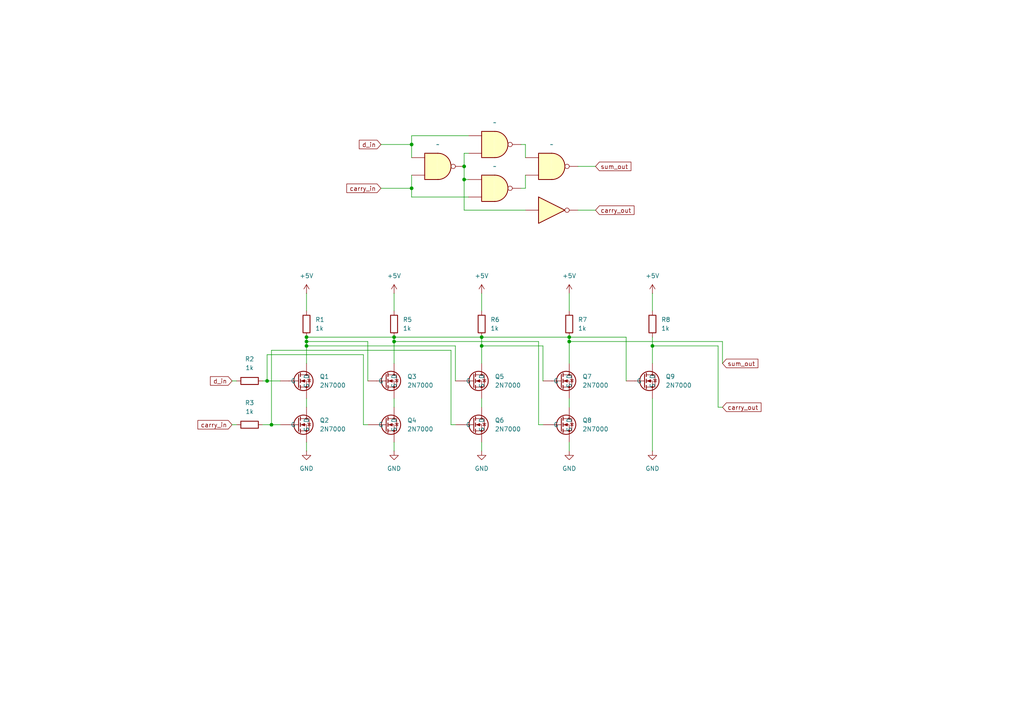
<source format=kicad_sch>
(kicad_sch (version 20250114) (generator "eeschema") (generator_version "9.0")
  (paper "A4")
  (lib_symbols
    (symbol "74HC00_1" (pin_numbers (hide yes)) (pin_names (offset 1.016) (hide yes))
      (property "Reference" "U" (at 0 1.27 0))
      (property "Value" "74HC00" (at 0 -1.27 0))
      (symbol "74HC00_1_1_1"
        (arc (start 0 3.81) (mid 3.7934 0) (end 0 -3.81) (stroke (width 0.254)) (fill (type background)))
        (polyline (pts (xy 0 3.81) (xy -3.81 3.81) (xy -3.81 -3.81) (xy 0 -3.81)) (stroke (width 0.254)) (fill (type background)))
        (pin input line (at -7.62 2.54 0) (length 3.81) (name "~") (number "1"))
        (pin input line (at -7.62 -2.54 0) (length 3.81) (name "~") (number "2"))
        (pin output inverted (at 7.62 0 180) (length 3.81) (name "~") (number "3"))
      )
      (symbol "74HC00_1_1_2"
        (arc (start -3.81 3.81) (mid -2.589 0) (end -3.81 -3.81) (stroke (width 0.254)))
        (polyline (pts (xy -3.81 3.81) (xy -0.635 3.81)) (stroke (width 0.254)) (fill (type background)))
        (polyline (pts (xy -3.81 -3.81) (xy -0.635 -3.81)) (stroke (width 0.254)) (fill (type background)))
        (arc (start 3.81 0) (mid 2.1855 -2.584) (end -0.6096 -3.81) (stroke (width 0.254)) (fill (type background)))
        (arc (start -0.6096 3.81) (mid 2.1928 2.5924) (end 3.81 0) (stroke (width 0.254)) (fill (type background)))
        (polyline (pts (xy -0.635 3.81) (xy -3.81 3.81) (xy -3.81 3.81) (xy -3.556 3.4036) (xy -3.0226 2.2606) (xy -2.6924 1.0414) (xy -2.6162 -0.254) (xy -2.7686 -1.4986) (xy -3.175 -2.7178) (xy -3.81 -3.81) (xy -3.81 -3.81) (xy -0.635 -3.81)) (stroke (width -25.4)) (fill (type background)))
        (pin input inverted (at -7.62 2.54 0) (length 4.318) (name "~") (number "1"))
        (pin input inverted (at -7.62 -2.54 0) (length 4.318) (name "~") (number "2"))
        (pin output line (at 7.62 0 180) (length 3.81) (name "~") (number "3"))
      )
      (symbol "74HC00_1_2_1"
        (arc (start 0 3.81) (mid 3.7934 0) (end 0 -3.81) (stroke (width 0.254)) (fill (type background)))
        (polyline (pts (xy 0 3.81) (xy -3.81 3.81) (xy -3.81 -3.81) (xy 0 -3.81)) (stroke (width 0.254)) (fill (type background)))
        (pin input line (at -7.62 2.54 0) (length 3.81) (name "~") (number "4"))
        (pin input line (at -7.62 -2.54 0) (length 3.81) (name "~") (number "5"))
        (pin output inverted (at 7.62 0 180) (length 3.81) (name "~") (number "6"))
      )
      (symbol "74HC00_1_2_2"
        (arc (start -3.81 3.81) (mid -2.589 0) (end -3.81 -3.81) (stroke (width 0.254)))
        (polyline (pts (xy -3.81 3.81) (xy -0.635 3.81)) (stroke (width 0.254)) (fill (type background)))
        (polyline (pts (xy -3.81 -3.81) (xy -0.635 -3.81)) (stroke (width 0.254)) (fill (type background)))
        (arc (start 3.81 0) (mid 2.1855 -2.584) (end -0.6096 -3.81) (stroke (width 0.254)) (fill (type background)))
        (arc (start -0.6096 3.81) (mid 2.1928 2.5924) (end 3.81 0) (stroke (width 0.254)) (fill (type background)))
        (polyline (pts (xy -0.635 3.81) (xy -3.81 3.81) (xy -3.81 3.81) (xy -3.556 3.4036) (xy -3.0226 2.2606) (xy -2.6924 1.0414) (xy -2.6162 -0.254) (xy -2.7686 -1.4986) (xy -3.175 -2.7178) (xy -3.81 -3.81) (xy -3.81 -3.81) (xy -0.635 -3.81)) (stroke (width -25.4)) (fill (type background)))
        (pin input inverted (at -7.62 2.54 0) (length 4.318) (name "~") (number "4"))
        (pin input inverted (at -7.62 -2.54 0) (length 4.318) (name "~") (number "5"))
        (pin output line (at 7.62 0 180) (length 3.81) (name "~") (number "6"))
      )
      (symbol "74HC00_1_3_1"
        (arc (start 0 3.81) (mid 3.7934 0) (end 0 -3.81) (stroke (width 0.254)) (fill (type background)))
        (polyline (pts (xy 0 3.81) (xy -3.81 3.81) (xy -3.81 -3.81) (xy 0 -3.81)) (stroke (width 0.254)) (fill (type background)))
        (pin input line (at -7.62 2.54 0) (length 3.81) (name "~") (number "9"))
        (pin input line (at -7.62 -2.54 0) (length 3.81) (name "~") (number "10"))
        (pin output inverted (at 7.62 0 180) (length 3.81) (name "~") (number "8"))
      )
      (symbol "74HC00_1_3_2"
        (arc (start -3.81 3.81) (mid -2.589 0) (end -3.81 -3.81) (stroke (width 0.254)))
        (polyline (pts (xy -3.81 3.81) (xy -0.635 3.81)) (stroke (width 0.254)) (fill (type background)))
        (polyline (pts (xy -3.81 -3.81) (xy -0.635 -3.81)) (stroke (width 0.254)) (fill (type background)))
        (arc (start 3.81 0) (mid 2.1855 -2.584) (end -0.6096 -3.81) (stroke (width 0.254)) (fill (type background)))
        (arc (start -0.6096 3.81) (mid 2.1928 2.5924) (end 3.81 0) (stroke (width 0.254)) (fill (type background)))
        (polyline (pts (xy -0.635 3.81) (xy -3.81 3.81) (xy -3.81 3.81) (xy -3.556 3.4036) (xy -3.0226 2.2606) (xy -2.6924 1.0414) (xy -2.6162 -0.254) (xy -2.7686 -1.4986) (xy -3.175 -2.7178) (xy -3.81 -3.81) (xy -3.81 -3.81) (xy -0.635 -3.81)) (stroke (width -25.4)) (fill (type background)))
        (pin input inverted (at -7.62 2.54 0) (length 4.318) (name "~") (number "9"))
        (pin input inverted (at -7.62 -2.54 0) (length 4.318) (name "~") (number "10"))
        (pin output line (at 7.62 0 180) (length 3.81) (name "~") (number "8"))
      )
      (symbol "74HC00_1_4_1"
        (arc (start 0 3.81) (mid 3.7934 0) (end 0 -3.81) (stroke (width 0.254)) (fill (type background)))
        (polyline (pts (xy 0 3.81) (xy -3.81 3.81) (xy -3.81 -3.81) (xy 0 -3.81)) (stroke (width 0.254)) (fill (type background)))
        (pin input line (at -7.62 2.54 0) (length 3.81) (name "~") (number "12"))
        (pin input line (at -7.62 -2.54 0) (length 3.81) (name "~") (number "13"))
        (pin output inverted (at 7.62 0 180) (length 3.81) (name "~") (number "11"))
      )
      (symbol "74HC00_1_4_2"
        (arc (start -3.81 3.81) (mid -2.589 0) (end -3.81 -3.81) (stroke (width 0.254)))
        (polyline (pts (xy -3.81 3.81) (xy -0.635 3.81)) (stroke (width 0.254)) (fill (type background)))
        (polyline (pts (xy -3.81 -3.81) (xy -0.635 -3.81)) (stroke (width 0.254)) (fill (type background)))
        (arc (start 3.81 0) (mid 2.1855 -2.584) (end -0.6096 -3.81) (stroke (width 0.254)) (fill (type background)))
        (arc (start -0.6096 3.81) (mid 2.1928 2.5924) (end 3.81 0) (stroke (width 0.254)) (fill (type background)))
        (polyline (pts (xy -0.635 3.81) (xy -3.81 3.81) (xy -3.81 3.81) (xy -3.556 3.4036) (xy -3.0226 2.2606) (xy -2.6924 1.0414) (xy -2.6162 -0.254) (xy -2.7686 -1.4986) (xy -3.175 -2.7178) (xy -3.81 -3.81) (xy -3.81 -3.81) (xy -0.635 -3.81)) (stroke (width -25.4)) (fill (type background)))
        (pin input inverted (at -7.62 2.54 0) (length 4.318) (name "~") (number "12"))
        (pin input inverted (at -7.62 -2.54 0) (length 4.318) (name "~") (number "13"))
        (pin output line (at 7.62 0 180) (length 3.81) (name "~") (number "11"))
      )
      (symbol "74HC00_1_5_0"
        (pin power_in line (at 0 12.7 270) (length 5.08) (name "VCC") (number "14"))
        (pin power_in line (at 0 -12.7 90) (length 5.08) (name "GND") (number "7"))
      )
      (symbol "74HC00_1_5_1"
        (rectangle (start -5.08 7.62) (end 5.08 -7.62) (stroke (width 0.254)) (fill (type background)))
      )
    )
    (symbol "74xx:74AHC04" (pin_numbers (hide yes)) (pin_names (hide yes))
      (property "Reference" "U" (at 0 1.27 0))
      (property "Value" "74AHC04" (at 0 -1.27 0))
      (symbol "74AHC04_1_0"
        (polyline (pts (xy -3.81 3.81) (xy -3.81 -3.81) (xy 3.81 0) (xy -3.81 3.81)) (stroke (width 0.254)) (fill (type background)))
        (pin input line (at -7.62 0 0) (length 3.81) (name "~") (number "1"))
        (pin output inverted (at 7.62 0 180) (length 3.81) (name "~") (number "2"))
      )
      (symbol "74AHC04_2_0"
        (polyline (pts (xy -3.81 3.81) (xy -3.81 -3.81) (xy 3.81 0) (xy -3.81 3.81)) (stroke (width 0.254)) (fill (type background)))
        (pin input line (at -7.62 0 0) (length 3.81) (name "~") (number "3"))
        (pin output inverted (at 7.62 0 180) (length 3.81) (name "~") (number "4"))
      )
      (symbol "74AHC04_3_0"
        (polyline (pts (xy -3.81 3.81) (xy -3.81 -3.81) (xy 3.81 0) (xy -3.81 3.81)) (stroke (width 0.254)) (fill (type background)))
        (pin input line (at -7.62 0 0) (length 3.81) (name "~") (number "5"))
        (pin output inverted (at 7.62 0 180) (length 3.81) (name "~") (number "6"))
      )
      (symbol "74AHC04_4_0"
        (polyline (pts (xy -3.81 3.81) (xy -3.81 -3.81) (xy 3.81 0) (xy -3.81 3.81)) (stroke (width 0.254)) (fill (type background)))
        (pin input line (at -7.62 0 0) (length 3.81) (name "~") (number "9"))
        (pin output inverted (at 7.62 0 180) (length 3.81) (name "~") (number "8"))
      )
      (symbol "74AHC04_5_0"
        (polyline (pts (xy -3.81 3.81) (xy -3.81 -3.81) (xy 3.81 0) (xy -3.81 3.81)) (stroke (width 0.254)) (fill (type background)))
        (pin input line (at -7.62 0 0) (length 3.81) (name "~") (number "11"))
        (pin output inverted (at 7.62 0 180) (length 3.81) (name "~") (number "10"))
      )
      (symbol "74AHC04_6_0"
        (polyline (pts (xy -3.81 3.81) (xy -3.81 -3.81) (xy 3.81 0) (xy -3.81 3.81)) (stroke (width 0.254)) (fill (type background)))
        (pin input line (at -7.62 0 0) (length 3.81) (name "~") (number "13"))
        (pin output inverted (at 7.62 0 180) (length 3.81) (name "~") (number "12"))
      )
      (symbol "74AHC04_7_0"
        (pin power_in line (at 0 12.7 270) (length 5.08) (name "VCC") (number "14"))
        (pin power_in line (at 0 -12.7 90) (length 5.08) (name "GND") (number "7"))
      )
      (symbol "74AHC04_7_1"
        (rectangle (start -5.08 7.62) (end 5.08 -7.62) (stroke (width 0.254)) (fill (type background)))
      )
    )
    (symbol "74xx:74HC00" (pin_numbers (hide yes)) (pin_names (offset 1.016) (hide yes))
      (property "Reference" "U" (at 0 1.27 0))
      (property "Value" "74HC00" (at 0 -1.27 0))
      (symbol "74HC00_1_1"
        (arc (start 0 3.81) (mid 3.7934 0) (end 0 -3.81) (stroke (width 0.254)) (fill (type background)))
        (polyline (pts (xy 0 3.81) (xy -3.81 3.81) (xy -3.81 -3.81) (xy 0 -3.81)) (stroke (width 0.254)) (fill (type background)))
        (pin input line (at -7.62 2.54 0) (length 3.81) (name "~") (number "1"))
        (pin input line (at -7.62 -2.54 0) (length 3.81) (name "~") (number "2"))
        (pin output inverted (at 7.62 0 180) (length 3.81) (name "~") (number "3"))
      )
      (symbol "74HC00_1_2"
        (arc (start -3.81 3.81) (mid -2.589 0) (end -3.81 -3.81) (stroke (width 0.254)))
        (polyline (pts (xy -3.81 3.81) (xy -0.635 3.81)) (stroke (width 0.254)) (fill (type background)))
        (polyline (pts (xy -3.81 -3.81) (xy -0.635 -3.81)) (stroke (width 0.254)) (fill (type background)))
        (arc (start 3.81 0) (mid 2.1855 -2.584) (end -0.6096 -3.81) (stroke (width 0.254)) (fill (type background)))
        (arc (start -0.6096 3.81) (mid 2.1928 2.5924) (end 3.81 0) (stroke (width 0.254)) (fill (type background)))
        (polyline (pts (xy -0.635 3.81) (xy -3.81 3.81) (xy -3.81 3.81) (xy -3.556 3.4036) (xy -3.0226 2.2606) (xy -2.6924 1.0414) (xy -2.6162 -0.254) (xy -2.7686 -1.4986) (xy -3.175 -2.7178) (xy -3.81 -3.81) (xy -3.81 -3.81) (xy -0.635 -3.81)) (stroke (width -25.4)) (fill (type background)))
        (pin input inverted (at -7.62 2.54 0) (length 4.318) (name "~") (number "1"))
        (pin input inverted (at -7.62 -2.54 0) (length 4.318) (name "~") (number "2"))
        (pin output line (at 7.62 0 180) (length 3.81) (name "~") (number "3"))
      )
      (symbol "74HC00_2_1"
        (arc (start 0 3.81) (mid 3.7934 0) (end 0 -3.81) (stroke (width 0.254)) (fill (type background)))
        (polyline (pts (xy 0 3.81) (xy -3.81 3.81) (xy -3.81 -3.81) (xy 0 -3.81)) (stroke (width 0.254)) (fill (type background)))
        (pin input line (at -7.62 2.54 0) (length 3.81) (name "~") (number "4"))
        (pin input line (at -7.62 -2.54 0) (length 3.81) (name "~") (number "5"))
        (pin output inverted (at 7.62 0 180) (length 3.81) (name "~") (number "6"))
      )
      (symbol "74HC00_2_2"
        (arc (start -3.81 3.81) (mid -2.589 0) (end -3.81 -3.81) (stroke (width 0.254)))
        (polyline (pts (xy -3.81 3.81) (xy -0.635 3.81)) (stroke (width 0.254)) (fill (type background)))
        (polyline (pts (xy -3.81 -3.81) (xy -0.635 -3.81)) (stroke (width 0.254)) (fill (type background)))
        (arc (start 3.81 0) (mid 2.1855 -2.584) (end -0.6096 -3.81) (stroke (width 0.254)) (fill (type background)))
        (arc (start -0.6096 3.81) (mid 2.1928 2.5924) (end 3.81 0) (stroke (width 0.254)) (fill (type background)))
        (polyline (pts (xy -0.635 3.81) (xy -3.81 3.81) (xy -3.81 3.81) (xy -3.556 3.4036) (xy -3.0226 2.2606) (xy -2.6924 1.0414) (xy -2.6162 -0.254) (xy -2.7686 -1.4986) (xy -3.175 -2.7178) (xy -3.81 -3.81) (xy -3.81 -3.81) (xy -0.635 -3.81)) (stroke (width -25.4)) (fill (type background)))
        (pin input inverted (at -7.62 2.54 0) (length 4.318) (name "~") (number "4"))
        (pin input inverted (at -7.62 -2.54 0) (length 4.318) (name "~") (number "5"))
        (pin output line (at 7.62 0 180) (length 3.81) (name "~") (number "6"))
      )
      (symbol "74HC00_3_1"
        (arc (start 0 3.81) (mid 3.7934 0) (end 0 -3.81) (stroke (width 0.254)) (fill (type background)))
        (polyline (pts (xy 0 3.81) (xy -3.81 3.81) (xy -3.81 -3.81) (xy 0 -3.81)) (stroke (width 0.254)) (fill (type background)))
        (pin input line (at -7.62 2.54 0) (length 3.81) (name "~") (number "9"))
        (pin input line (at -7.62 -2.54 0) (length 3.81) (name "~") (number "10"))
        (pin output inverted (at 7.62 0 180) (length 3.81) (name "~") (number "8"))
      )
      (symbol "74HC00_3_2"
        (arc (start -3.81 3.81) (mid -2.589 0) (end -3.81 -3.81) (stroke (width 0.254)))
        (polyline (pts (xy -3.81 3.81) (xy -0.635 3.81)) (stroke (width 0.254)) (fill (type background)))
        (polyline (pts (xy -3.81 -3.81) (xy -0.635 -3.81)) (stroke (width 0.254)) (fill (type background)))
        (arc (start 3.81 0) (mid 2.1855 -2.584) (end -0.6096 -3.81) (stroke (width 0.254)) (fill (type background)))
        (arc (start -0.6096 3.81) (mid 2.1928 2.5924) (end 3.81 0) (stroke (width 0.254)) (fill (type background)))
        (polyline (pts (xy -0.635 3.81) (xy -3.81 3.81) (xy -3.81 3.81) (xy -3.556 3.4036) (xy -3.0226 2.2606) (xy -2.6924 1.0414) (xy -2.6162 -0.254) (xy -2.7686 -1.4986) (xy -3.175 -2.7178) (xy -3.81 -3.81) (xy -3.81 -3.81) (xy -0.635 -3.81)) (stroke (width -25.4)) (fill (type background)))
        (pin input inverted (at -7.62 2.54 0) (length 4.318) (name "~") (number "9"))
        (pin input inverted (at -7.62 -2.54 0) (length 4.318) (name "~") (number "10"))
        (pin output line (at 7.62 0 180) (length 3.81) (name "~") (number "8"))
      )
      (symbol "74HC00_4_1"
        (arc (start 0 3.81) (mid 3.7934 0) (end 0 -3.81) (stroke (width 0.254)) (fill (type background)))
        (polyline (pts (xy 0 3.81) (xy -3.81 3.81) (xy -3.81 -3.81) (xy 0 -3.81)) (stroke (width 0.254)) (fill (type background)))
        (pin input line (at -7.62 2.54 0) (length 3.81) (name "~") (number "12"))
        (pin input line (at -7.62 -2.54 0) (length 3.81) (name "~") (number "13"))
        (pin output inverted (at 7.62 0 180) (length 3.81) (name "~") (number "11"))
      )
      (symbol "74HC00_4_2"
        (arc (start -3.81 3.81) (mid -2.589 0) (end -3.81 -3.81) (stroke (width 0.254)))
        (polyline (pts (xy -3.81 3.81) (xy -0.635 3.81)) (stroke (width 0.254)) (fill (type background)))
        (polyline (pts (xy -3.81 -3.81) (xy -0.635 -3.81)) (stroke (width 0.254)) (fill (type background)))
        (arc (start 3.81 0) (mid 2.1855 -2.584) (end -0.6096 -3.81) (stroke (width 0.254)) (fill (type background)))
        (arc (start -0.6096 3.81) (mid 2.1928 2.5924) (end 3.81 0) (stroke (width 0.254)) (fill (type background)))
        (polyline (pts (xy -0.635 3.81) (xy -3.81 3.81) (xy -3.81 3.81) (xy -3.556 3.4036) (xy -3.0226 2.2606) (xy -2.6924 1.0414) (xy -2.6162 -0.254) (xy -2.7686 -1.4986) (xy -3.175 -2.7178) (xy -3.81 -3.81) (xy -3.81 -3.81) (xy -0.635 -3.81)) (stroke (width -25.4)) (fill (type background)))
        (pin input inverted (at -7.62 2.54 0) (length 4.318) (name "~") (number "12"))
        (pin input inverted (at -7.62 -2.54 0) (length 4.318) (name "~") (number "13"))
        (pin output line (at 7.62 0 180) (length 3.81) (name "~") (number "11"))
      )
      (symbol "74HC00_5_0"
        (pin power_in line (at 0 12.7 270) (length 5.08) (name "VCC") (number "14"))
        (pin power_in line (at 0 -12.7 90) (length 5.08) (name "GND") (number "7"))
      )
      (symbol "74HC00_5_1"
        (rectangle (start -5.08 7.62) (end 5.08 -7.62) (stroke (width 0.254)) (fill (type background)))
      )
    )
    (symbol "Device:R" (pin_numbers (hide yes)) (pin_names (offset 0))
      (property "Reference" "R" (at 2.032 0 90))
      (property "Value" "R" (at 0 0 90))
      (symbol "R_0_1"
        (rectangle (start -1.016 -2.54) (end 1.016 2.54) (stroke (width 0.254)))
      )
      (symbol "R_1_1"
        (pin passive line (at 0 3.81 270) (length 1.27) (name "~") (number "1"))
        (pin passive line (at 0 -3.81 90) (length 1.27) (name "~") (number "2"))
      )
    )
    (symbol "Transistor_FET:2N7000" (pin_numbers (hide yes))
      (property "Reference" "Q" (at 5.08 1.905 0))
      (property "Value" "2N7000" (at 5.08 0 0))
      (symbol "2N7000_0_1"
        (polyline (pts (xy 0.254 1.905) (xy 0.254 -1.905)) (stroke (width 0.254)))
        (polyline (pts (xy 0.254 0) (xy -2.54 0)))
        (polyline (pts (xy 0.762 2.286) (xy 0.762 1.27)) (stroke (width 0.254)))
        (polyline (pts (xy 0.762 0.508) (xy 0.762 -0.508)) (stroke (width 0.254)))
        (polyline (pts (xy 0.762 -1.27) (xy 0.762 -2.286)) (stroke (width 0.254)))
        (polyline (pts (xy 0.762 -1.778) (xy 3.302 -1.778) (xy 3.302 1.778) (xy 0.762 1.778)))
        (polyline (pts (xy 1.016 0) (xy 2.032 0.381) (xy 2.032 -0.381) (xy 1.016 0)) (fill (type outline)))
        (circle (center 1.651 0) (radius 2.794) (stroke (width 0.254)))
        (polyline (pts (xy 2.54 2.54) (xy 2.54 1.778)))
        (circle (center 2.54 1.778) (radius 0.254) (fill (type outline)))
        (circle (center 2.54 -1.778) (radius 0.254) (fill (type outline)))
        (polyline (pts (xy 2.54 -2.54) (xy 2.54 0) (xy 0.762 0)))
        (polyline (pts (xy 2.794 0.508) (xy 2.921 0.381) (xy 3.683 0.381) (xy 3.81 0.254)))
        (polyline (pts (xy 3.302 0.381) (xy 2.921 -0.254) (xy 3.683 -0.254) (xy 3.302 0.381)))
      )
      (symbol "2N7000_1_1"
        (pin input line (at -5.08 0 0) (length 2.54) (name "G") (number "2"))
        (pin passive line (at 2.54 5.08 270) (length 2.54) (name "D") (number "3"))
        (pin passive line (at 2.54 -5.08 90) (length 2.54) (name "S") (number "1"))
      )
    )
    (symbol "power:+5V" (power) (pin_numbers (hide yes)) (pin_names (offset 0) (hide yes))
      (property "Value" "+5V" (at 0 3.556 0))
      (symbol "+5V_0_1"
        (polyline (pts (xy -0.762 1.27) (xy 0 2.54)))
        (polyline (pts (xy 0 2.54) (xy 0.762 1.27)))
        (polyline (pts (xy 0 0) (xy 0 2.54)))
      )
      (symbol "+5V_1_1"
        (pin power_in line (at 0 0 90) (length 0) (name "~") (number "1"))
      )
    )
    (symbol "power:GND" (power) (pin_numbers (hide yes)) (pin_names (offset 0) (hide yes))
      (property "Value" "GND" (at 0 -3.81 0))
      (symbol "GND_0_1"
        (polyline (pts (xy 0 0) (xy 0 -1.27) (xy 1.27 -1.27) (xy 0 -2.54) (xy -1.27 -1.27) (xy 0 -1.27)))
      )
      (symbol "GND_1_1"
        (pin power_in line (at 0 0 270) (length 0) (name "~") (number "1"))
      )
    )
  )
  (junction (at 139.7 97.79))
  (junction (at 134.62 52.07))
  (junction (at 139.7 100.33))
  (junction (at 88.9 97.79))
  (junction (at 77.47 110.49))
  (junction (at 119.38 54.61))
  (junction (at 189.23 100.33))
  (junction (at 114.3 97.79))
  (junction (at 88.9 99.06))
  (junction (at 165.1 99.06))
  (junction (at 165.1 97.79))
  (junction (at 88.9 100.33))
  (junction (at 78.74 123.19))
  (junction (at 134.62 48.26))
  (junction (at 114.3 99.06))
  (junction (at 119.38 41.91))
  (wire (pts (xy 106.68 99.06) (xy 88.9 99.06)))
  (wire (pts (xy 165.1 115.57) (xy 165.1 118.11)))
  (wire (pts (xy 209.55 105.41) (xy 209.55 99.06)))
  (wire (pts (xy 189.23 85.09) (xy 189.23 90.17)))
  (wire (pts (xy 165.1 97.79) (xy 181.61 97.79)))
  (wire (pts (xy 119.38 57.15) (xy 119.38 54.61)))
  (wire (pts (xy 78.74 123.19) (xy 81.28 123.19)))
  (wire (pts (xy 114.3 97.79) (xy 139.7 97.79)))
  (wire (pts (xy 189.23 100.33) (xy 189.23 105.41)))
  (wire (pts (xy 165.1 97.79) (xy 165.1 99.06)))
  (wire (pts (xy 139.7 97.79) (xy 139.7 100.33)))
  (wire (pts (xy 132.08 100.33) (xy 88.9 100.33)))
  (wire (pts (xy 119.38 41.91) (xy 119.38 45.72)))
  (wire (pts (xy 110.49 54.61) (xy 119.38 54.61)))
  (wire (pts (xy 139.7 115.57) (xy 139.7 118.11)))
  (wire (pts (xy 88.9 100.33) (xy 88.9 105.41)))
  (wire (pts (xy 157.48 123.19) (xy 156.21 123.19)))
  (wire (pts (xy 181.61 110.49) (xy 181.61 97.79)))
  (wire (pts (xy 152.4 60.96) (xy 134.62 60.96)))
  (wire (pts (xy 208.28 118.11) (xy 208.28 100.33)))
  (wire (pts (xy 132.08 110.49) (xy 132.08 100.33)))
  (wire (pts (xy 130.81 101.6) (xy 78.74 101.6)))
  (wire (pts (xy 119.38 39.37) (xy 119.38 41.91)))
  (wire (pts (xy 135.89 52.07) (xy 134.62 52.07)))
  (wire (pts (xy 139.7 85.09) (xy 139.7 90.17)))
  (wire (pts (xy 152.4 54.61) (xy 152.4 50.8)))
  (wire (pts (xy 67.31 123.19) (xy 68.58 123.19)))
  (wire (pts (xy 139.7 128.27) (xy 139.7 130.81)))
  (wire (pts (xy 114.3 85.09) (xy 114.3 90.17)))
  (wire (pts (xy 157.48 100.33) (xy 139.7 100.33)))
  (wire (pts (xy 77.47 102.87) (xy 77.47 110.49)))
  (wire (pts (xy 189.23 97.79) (xy 189.23 100.33)))
  (wire (pts (xy 208.28 100.33) (xy 189.23 100.33)))
  (wire (pts (xy 114.3 99.06) (xy 114.3 105.41)))
  (wire (pts (xy 76.2 110.49) (xy 77.47 110.49)))
  (wire (pts (xy 88.9 128.27) (xy 88.9 130.81)))
  (wire (pts (xy 88.9 97.79) (xy 114.3 97.79)))
  (wire (pts (xy 134.62 48.26) (xy 134.62 52.07)))
  (wire (pts (xy 88.9 99.06) (xy 88.9 100.33)))
  (wire (pts (xy 189.23 115.57) (xy 189.23 130.81)))
  (wire (pts (xy 132.08 123.19) (xy 130.81 123.19)))
  (wire (pts (xy 209.55 99.06) (xy 165.1 99.06)))
  (wire (pts (xy 106.68 110.49) (xy 106.68 99.06)))
  (wire (pts (xy 134.62 44.45) (xy 134.62 48.26)))
  (wire (pts (xy 78.74 101.6) (xy 78.74 123.19)))
  (wire (pts (xy 139.7 100.33) (xy 139.7 105.41)))
  (wire (pts (xy 167.64 48.26) (xy 172.72 48.26)))
  (wire (pts (xy 114.3 97.79) (xy 114.3 99.06)))
  (wire (pts (xy 135.89 44.45) (xy 134.62 44.45)))
  (wire (pts (xy 165.1 99.06) (xy 165.1 105.41)))
  (wire (pts (xy 119.38 54.61) (xy 119.38 50.8)))
  (wire (pts (xy 105.41 102.87) (xy 77.47 102.87)))
  (wire (pts (xy 88.9 97.79) (xy 88.9 99.06)))
  (wire (pts (xy 134.62 52.07) (xy 134.62 60.96)))
  (wire (pts (xy 105.41 123.19) (xy 105.41 102.87)))
  (wire (pts (xy 151.13 41.91) (xy 152.4 41.91)))
  (wire (pts (xy 106.68 123.19) (xy 105.41 123.19)))
  (wire (pts (xy 165.1 85.09) (xy 165.1 90.17)))
  (wire (pts (xy 156.21 123.19) (xy 156.21 99.06)))
  (wire (pts (xy 88.9 85.09) (xy 88.9 90.17)))
  (wire (pts (xy 152.4 41.91) (xy 152.4 45.72)))
  (wire (pts (xy 114.3 128.27) (xy 114.3 130.81)))
  (wire (pts (xy 165.1 128.27) (xy 165.1 130.81)))
  (wire (pts (xy 130.81 123.19) (xy 130.81 101.6)))
  (wire (pts (xy 119.38 39.37) (xy 135.89 39.37)))
  (wire (pts (xy 167.64 60.96) (xy 172.72 60.96)))
  (wire (pts (xy 77.47 110.49) (xy 81.28 110.49)))
  (wire (pts (xy 151.13 54.61) (xy 152.4 54.61)))
  (wire (pts (xy 139.7 97.79) (xy 165.1 97.79)))
  (wire (pts (xy 67.31 110.49) (xy 68.58 110.49)))
  (wire (pts (xy 114.3 115.57) (xy 114.3 118.11)))
  (wire (pts (xy 119.38 57.15) (xy 135.89 57.15)))
  (wire (pts (xy 209.55 118.11) (xy 208.28 118.11)))
  (wire (pts (xy 76.2 123.19) (xy 78.74 123.19)))
  (wire (pts (xy 156.21 99.06) (xy 114.3 99.06)))
  (wire (pts (xy 88.9 115.57) (xy 88.9 118.11)))
  (wire (pts (xy 110.49 41.91) (xy 119.38 41.91)))
  (wire (pts (xy 157.48 110.49) (xy 157.48 100.33)))
  (global_label "d_in" (shape input) (at 110.49 41.91 180) (property "Intersheetrefs" "${INTERSHEET_REFS}" (effects (hide yes))))
  (global_label "sum_out" (shape input) (at 209.55 105.41 0) (property "Intersheetrefs" "${INTERSHEET_REFS}" (effects (hide yes))))
  (global_label "carry_out" (shape input) (at 172.72 60.96 0) (property "Intersheetrefs" "${INTERSHEET_REFS}" (effects (hide yes))))
  (global_label "carry_out" (shape input) (at 209.55 118.11 0) (property "Intersheetrefs" "${INTERSHEET_REFS}" (effects (hide yes))))
  (global_label "carry_in" (shape input) (at 110.49 54.61 180) (property "Intersheetrefs" "${INTERSHEET_REFS}" (effects (hide yes))))
  (global_label "carry_in" (shape input) (at 67.31 123.19 180) (property "Intersheetrefs" "${INTERSHEET_REFS}" (effects (hide yes))))
  (global_label "d_in" (shape input) (at 67.31 110.49 180) (property "Intersheetrefs" "${INTERSHEET_REFS}" (effects (hide yes))))
  (global_label "sum_out" (shape input) (at 172.72 48.26 0) (property "Intersheetrefs" "${INTERSHEET_REFS}" (effects (hide yes))))
  (symbol (lib_id "Device:R") (at 165.1 93.98 0) (unit 1)
    (property "Reference" "R7" (at 167.64 92.7099 0) (effects (justify left)))
    (property "Value" "1k" (at 167.64 95.2499 0) (effects (justify left)))
    (property "Description" "Resistor" (effects (hide yes)))
  )
  (symbol (lib_id "Transistor_FET:2N7000") (at 162.56 110.49 0) (unit 1)
    (property "Reference" "Q7" (at 168.91 109.2199 0) (effects (justify left)))
    (property "Value" "2N7000" (at 168.91 111.7599 0) (effects (justify left)))
    (property "Footprint" "Package_TO_SOT_THT:TO-92_Inline" (effects (hide yes)))
    (property "Datasheet" "https://www.vishay.com/docs/70226/70226.pdf" (effects (hide yes)))
    (property "Description" "0.2A Id, 200V Vds, N-Channel MOSFET, 2.6V Logic Level, TO-92" (effects (hide yes)))
  )
  (symbol (lib_id "Transistor_FET:2N7000") (at 111.76 123.19 0) (unit 1)
    (property "Reference" "Q4" (at 118.11 121.9199 0) (effects (justify left)))
    (property "Value" "2N7000" (at 118.11 124.4599 0) (effects (justify left)))
    (property "Footprint" "Package_TO_SOT_THT:TO-92_Inline" (effects (hide yes)))
    (property "Datasheet" "https://www.vishay.com/docs/70226/70226.pdf" (effects (hide yes)))
    (property "Description" "0.2A Id, 200V Vds, N-Channel MOSFET, 2.6V Logic Level, TO-92" (effects (hide yes)))
  )
  (symbol (lib_id "Transistor_FET:2N7000") (at 186.69 110.49 0) (unit 1)
    (property "Reference" "Q9" (at 193.04 109.2199 0) (effects (justify left)))
    (property "Value" "2N7000" (at 193.04 111.7599 0) (effects (justify left)))
    (property "Footprint" "Package_TO_SOT_THT:TO-92_Inline" (effects (hide yes)))
    (property "Datasheet" "https://www.vishay.com/docs/70226/70226.pdf" (effects (hide yes)))
    (property "Description" "0.2A Id, 200V Vds, N-Channel MOSFET, 2.6V Logic Level, TO-92" (effects (hide yes)))
  )
  (symbol (lib_id "power:+5V") (at 114.3 85.09 0) (unit 1)
    (property "Reference" "#PWR03" (effects (hide yes)))
    (property "Value" "+5V" (at 114.3 80.01 0))
    (property "Description" "Power symbol creates a global label with name \"+5V\"" (effects (hide yes)))
  )
  (symbol (lib_id "power:+5V") (at 165.1 85.09 0) (unit 1)
    (property "Reference" "#PWR05" (effects (hide yes)))
    (property "Value" "+5V" (at 165.1 80.01 0))
    (property "Description" "Power symbol creates a global label with name \"+5V\"" (effects (hide yes)))
  )
  (symbol (lib_id "74xx:74HC00") (at 143.51 54.61 0) (unit 1)
    (property "Reference" "U2" (effects (hide yes)))
    (property "Value" "~" (at 143.5017 48.26 0))
    (property "Datasheet" "http://www.ti.com/lit/gpn/sn74hc00" (effects (hide yes)))
    (property "Description" "quad 2-input NAND gate" (effects (hide yes)))
  )
  (symbol (lib_id "74xx:74HC00") (at 160.02 48.26 0) (unit 1)
    (property "Reference" "U3" (effects (hide yes)))
    (property "Value" "~" (at 160.0117 41.91 0))
    (property "Datasheet" "http://www.ti.com/lit/gpn/sn74hc00" (effects (hide yes)))
    (property "Description" "quad 2-input NAND gate" (effects (hide yes)))
  )
  (symbol (lib_id "74xx:74HC00") (at 143.51 41.91 0) (unit 1)
    (property "Reference" "U1" (effects (hide yes)))
    (property "Value" "~" (at 143.5017 35.56 0))
    (property "Datasheet" "http://www.ti.com/lit/gpn/sn74hc00" (effects (hide yes)))
    (property "Description" "quad 2-input NAND gate" (effects (hide yes)))
  )
  (symbol (lib_name "74HC00_1") (lib_id "74xx:74HC00") (at 127 48.26 0) (unit 1)
    (property "Reference" "U0" (effects (hide yes)))
    (property "Value" "~" (at 126.9917 41.91 0))
    (property "Datasheet" "http://www.ti.com/lit/gpn/sn74hc00" (effects (hide yes)))
    (property "Description" "quad 2-input NAND gate" (effects (hide yes)))
  )
  (symbol (lib_id "power:GND") (at 139.7 130.81 0) (unit 1)
    (property "Reference" "#PWR012" (effects (hide yes)))
    (property "Value" "GND" (at 139.7 135.89 0))
    (property "Description" "Power symbol creates a global label with name \"GND\" , ground" (effects (hide yes)))
  )
  (symbol (lib_id "74xx:74AHC04") (at 160.02 60.96 0) (unit 1)
    (property "Reference" "U4" (effects (hide yes)))
    (property "Value" "74AHC04" (effects (hide yes)))
    (property "Datasheet" "https://assets.nexperia.com/documents/data-sheet/74AHC_AHCT04.pdf" (effects (hide yes)))
    (property "Description" "Hex Inverter" (effects (hide yes)))
  )
  (symbol (lib_id "Transistor_FET:2N7000") (at 111.76 110.49 0) (unit 1)
    (property "Reference" "Q3" (at 118.11 109.2199 0) (effects (justify left)))
    (property "Value" "2N7000" (at 118.11 111.7599 0) (effects (justify left)))
    (property "Footprint" "Package_TO_SOT_THT:TO-92_Inline" (effects (hide yes)))
    (property "Datasheet" "https://www.vishay.com/docs/70226/70226.pdf" (effects (hide yes)))
    (property "Description" "0.2A Id, 200V Vds, N-Channel MOSFET, 2.6V Logic Level, TO-92" (effects (hide yes)))
  )
  (symbol (lib_id "power:+5V") (at 189.23 85.09 0) (unit 1)
    (property "Reference" "#PWR06" (effects (hide yes)))
    (property "Value" "+5V" (at 189.23 80.01 0))
    (property "Description" "Power symbol creates a global label with name \"+5V\"" (effects (hide yes)))
  )
  (symbol (lib_id "Device:R") (at 114.3 93.98 0) (unit 1)
    (property "Reference" "R5" (at 116.84 92.7099 0) (effects (justify left)))
    (property "Value" "1k" (at 116.84 95.2499 0) (effects (justify left)))
    (property "Description" "Resistor" (effects (hide yes)))
  )
  (symbol (lib_id "power:+5V") (at 139.7 85.09 0) (unit 1)
    (property "Reference" "#PWR04" (effects (hide yes)))
    (property "Value" "+5V" (at 139.7 80.01 0))
    (property "Description" "Power symbol creates a global label with name \"+5V\"" (effects (hide yes)))
  )
  (symbol (lib_id "Transistor_FET:2N7000") (at 86.36 123.19 0) (unit 1)
    (property "Reference" "Q2" (at 92.71 121.9199 0) (effects (justify left)))
    (property "Value" "2N7000" (at 92.71 124.4599 0) (effects (justify left)))
    (property "Footprint" "Package_TO_SOT_THT:TO-92_Inline" (effects (hide yes)))
    (property "Datasheet" "https://www.vishay.com/docs/70226/70226.pdf" (effects (hide yes)))
    (property "Description" "0.2A Id, 200V Vds, N-Channel MOSFET, 2.6V Logic Level, TO-92" (effects (hide yes)))
  )
  (symbol (lib_id "power:GND") (at 114.3 130.81 0) (unit 1)
    (property "Reference" "#PWR011" (effects (hide yes)))
    (property "Value" "GND" (at 114.3 135.89 0))
    (property "Description" "Power symbol creates a global label with name \"GND\" , ground" (effects (hide yes)))
  )
  (symbol (lib_id "Device:R") (at 88.9 93.98 0) (unit 1)
    (property "Reference" "R1" (at 91.44 92.7099 0) (effects (justify left)))
    (property "Value" "1k" (at 91.44 95.2499 0) (effects (justify left)))
    (property "Description" "Resistor" (effects (hide yes)))
  )
  (symbol (lib_id "Device:R") (at 72.39 123.19 90) (unit 1)
    (property "Reference" "R3" (at 72.39 116.84 90))
    (property "Value" "1k" (at 72.39 119.38 90))
    (property "Description" "Resistor" (effects (hide yes)))
  )
  (symbol (lib_id "Transistor_FET:2N7000") (at 137.16 110.49 0) (unit 1)
    (property "Reference" "Q5" (at 143.51 109.2199 0) (effects (justify left)))
    (property "Value" "2N7000" (at 143.51 111.7599 0) (effects (justify left)))
    (property "Footprint" "Package_TO_SOT_THT:TO-92_Inline" (effects (hide yes)))
    (property "Datasheet" "https://www.vishay.com/docs/70226/70226.pdf" (effects (hide yes)))
    (property "Description" "0.2A Id, 200V Vds, N-Channel MOSFET, 2.6V Logic Level, TO-92" (effects (hide yes)))
  )
  (symbol (lib_id "Transistor_FET:2N7000") (at 162.56 123.19 0) (unit 1)
    (property "Reference" "Q8" (at 168.91 121.9199 0) (effects (justify left)))
    (property "Value" "2N7000" (at 168.91 124.4599 0) (effects (justify left)))
    (property "Footprint" "Package_TO_SOT_THT:TO-92_Inline" (effects (hide yes)))
    (property "Datasheet" "https://www.vishay.com/docs/70226/70226.pdf" (effects (hide yes)))
    (property "Description" "0.2A Id, 200V Vds, N-Channel MOSFET, 2.6V Logic Level, TO-92" (effects (hide yes)))
  )
  (symbol (lib_id "power:GND") (at 189.23 130.81 0) (unit 1)
    (property "Reference" "#PWR014" (effects (hide yes)))
    (property "Value" "GND" (at 189.23 135.89 0))
    (property "Description" "Power symbol creates a global label with name \"GND\" , ground" (effects (hide yes)))
  )
  (symbol (lib_id "Transistor_FET:2N7000") (at 137.16 123.19 0) (unit 1)
    (property "Reference" "Q6" (at 143.51 121.9199 0) (effects (justify left)))
    (property "Value" "2N7000" (at 143.51 124.4599 0) (effects (justify left)))
    (property "Footprint" "Package_TO_SOT_THT:TO-92_Inline" (effects (hide yes)))
    (property "Datasheet" "https://www.vishay.com/docs/70226/70226.pdf" (effects (hide yes)))
    (property "Description" "0.2A Id, 200V Vds, N-Channel MOSFET, 2.6V Logic Level, TO-92" (effects (hide yes)))
  )
  (symbol (lib_id "Transistor_FET:2N7000") (at 86.36 110.49 0) (unit 1)
    (property "Reference" "Q1" (at 92.71 109.2199 0) (effects (justify left)))
    (property "Value" "2N7000" (at 92.71 111.7599 0) (effects (justify left)))
    (property "Footprint" "Package_TO_SOT_THT:TO-92_Inline" (effects (hide yes)))
    (property "Datasheet" "https://www.vishay.com/docs/70226/70226.pdf" (effects (hide yes)))
    (property "Description" "0.2A Id, 200V Vds, N-Channel MOSFET, 2.6V Logic Level, TO-92" (effects (hide yes)))
  )
  (symbol (lib_id "Device:R") (at 139.7 93.98 0) (unit 1)
    (property "Reference" "R6" (at 142.24 92.7099 0) (effects (justify left)))
    (property "Value" "1k" (at 142.24 95.2499 0) (effects (justify left)))
    (property "Description" "Resistor" (effects (hide yes)))
  )
  (symbol (lib_id "power:+5V") (at 88.9 85.09 0) (unit 1)
    (property "Reference" "#PWR01" (effects (hide yes)))
    (property "Value" "+5V" (at 88.9 80.01 0))
    (property "Description" "Power symbol creates a global label with name \"+5V\"" (effects (hide yes)))
  )
  (symbol (lib_id "Device:R") (at 189.23 93.98 0) (unit 1)
    (property "Reference" "R8" (at 191.77 92.7099 0) (effects (justify left)))
    (property "Value" "1k" (at 191.77 95.2499 0) (effects (justify left)))
    (property "Description" "Resistor" (effects (hide yes)))
  )
  (symbol (lib_id "power:GND") (at 165.1 130.81 0) (unit 1)
    (property "Reference" "#PWR013" (effects (hide yes)))
    (property "Value" "GND" (at 165.1 135.89 0))
    (property "Description" "Power symbol creates a global label with name \"GND\" , ground" (effects (hide yes)))
  )
  (symbol (lib_id "power:GND") (at 88.9 130.81 0) (unit 1)
    (property "Reference" "#PWR02" (effects (hide yes)))
    (property "Value" "GND" (at 88.9 135.89 0))
    (property "Description" "Power symbol creates a global label with name \"GND\" , ground" (effects (hide yes)))
  )
  (symbol (lib_id "Device:R") (at 72.39 110.49 90) (unit 1)
    (property "Reference" "R2" (at 72.39 104.14 90))
    (property "Value" "1k" (at 72.39 106.68 90))
    (property "Description" "Resistor" (effects (hide yes)))
  )
)
</source>
